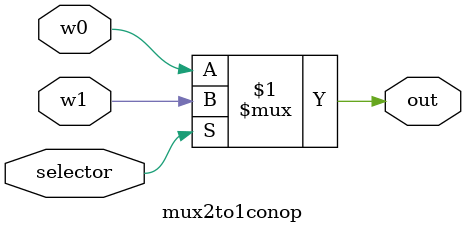
<source format=v>
module mux2to1conop(w0, w1,selector, out);
           input w0, w1, selector;
           output out;
           assign out = selector? w1:w0;
endmodule

</source>
